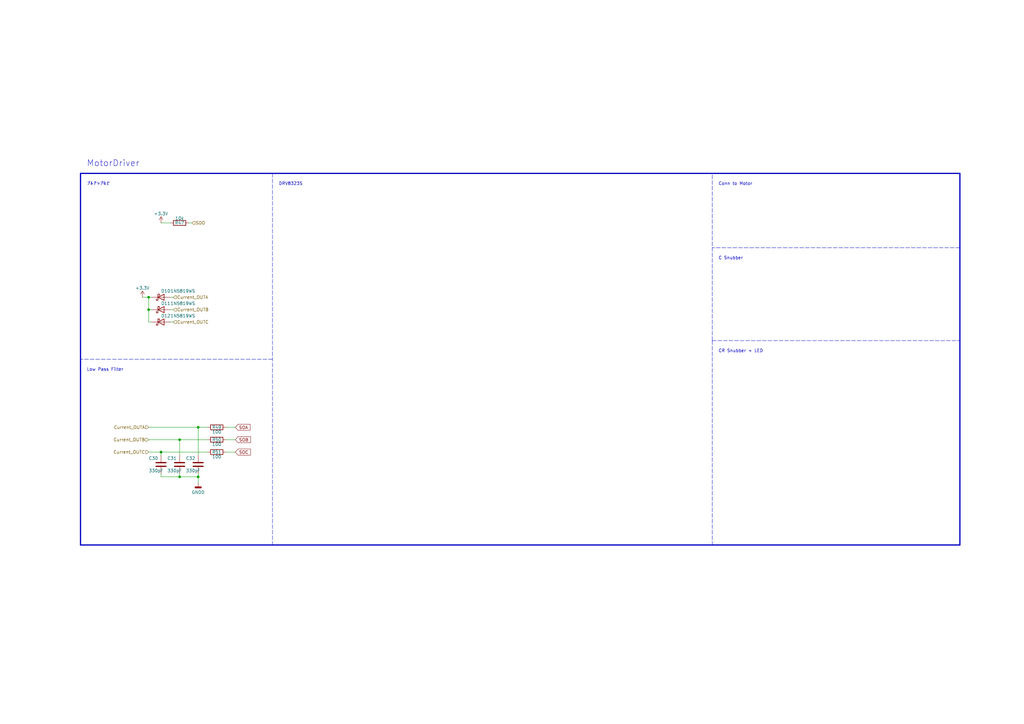
<source format=kicad_sch>
(kicad_sch (version 20230121) (generator eeschema)
  (paper "A3")
  (lib_symbols
    (symbol "D_Schottky_3" (pin_numbers hide) (pin_names (offset 1.016) hide)
      (property "Reference" "D" (at 0 2.54 0))
      (property "Value" "D_Schottky_3" (at 0 -2.54 0))
      (symbol "D_Schottky_3_0_1"
        (polyline (pts (xy 1.27 0) (xy -1.27 0)))
        (polyline (pts (xy 1.27 1.27) (xy 1.27 -1.27) (xy -1.27 0) (xy 1.27 1.27)) (stroke (width 0.254)))
        (polyline (pts (xy -1.905 0.635) (xy -1.905 1.27) (xy -1.27 1.27) (xy -1.27 -1.27) (xy -0.635 -1.27) (xy -0.635 -0.635)) (stroke (width 0.254)))
      )
      (symbol "D_Schottky_3_1_1"
        (pin passive line (at -3.81 0 0) (length 2.54) (name "K") (number "1"))
        (pin passive line (at 3.81 0 180) (length 2.54) (name "A") (number "2"))
      )
    )
    (symbol "Device:C" (pin_numbers hide) (pin_names (offset 0.254))
      (property "Reference" "C" (at 0.635 2.54 0))
      (property "Value" "C" (at 0.635 -2.54 0))
      (symbol "C_0_1"
        (polyline (pts (xy -2.032 -0.762) (xy 2.032 -0.762)) (stroke (width 0.508)))
        (polyline (pts (xy -2.032 0.762) (xy 2.032 0.762)) (stroke (width 0.508)))
      )
      (symbol "C_1_1"
        (pin passive line (at 0 3.81 270) (length 2.794) (name "~") (number "1"))
        (pin passive line (at 0 -3.81 90) (length 2.794) (name "~") (number "2"))
      )
    )
    (symbol "Device:R" (pin_numbers hide) (pin_names (offset 0))
      (property "Reference" "R" (at 2.032 0 90))
      (property "Value" "R" (at 0 0 90))
      (symbol "R_0_1"
        (rectangle (start -1.016 -2.54) (end 1.016 2.54) (stroke (width 0.254)))
      )
      (symbol "R_1_1"
        (pin passive line (at 0 3.81 270) (length 1.27) (name "~") (number "1"))
        (pin passive line (at 0 -3.81 90) (length 1.27) (name "~") (number "2"))
      )
    )
    (symbol "power:+3.3V" (power) (pin_names (offset 0))
      (property "Value" "+3.3V" (at 0 3.556 0))
      (symbol "+3.3V_0_1"
        (polyline (pts (xy -0.762 1.27) (xy 0 2.54)))
        (polyline (pts (xy 0 0) (xy 0 2.54)))
        (polyline (pts (xy 0 2.54) (xy 0.762 1.27)))
      )
      (symbol "+3.3V_1_1"
        (pin power_in line (at 0 0 90) (length 0) hide (name "+3.3V") (number "1"))
      )
    )
    (symbol "power:GNDD" (power) (pin_names (offset 0))
      (property "Value" "GNDD" (at 0 -3.175 0))
      (symbol "GNDD_0_1"
        (rectangle (start -1.27 -1.524) (end 1.27 -2.032) (stroke (width 0.254)) (fill (type outline)))
        (polyline (pts (xy 0 0) (xy 0 -1.524)))
      )
      (symbol "GNDD_1_1"
        (pin power_in line (at 0 0 270) (length 0) hide (name "GNDD") (number "1"))
      )
    )
  )
  (junction (at 66.04 185.42))
  (junction (at 81.28 175.26))
  (junction (at 73.66 195.58))
  (junction (at 60.96 127))
  (junction (at 60.96 121.92))
  (junction (at 81.28 195.58))
  (junction (at 73.66 180.34))
  (wire (pts (xy 66.04 185.42) (xy 85.09 185.42)))
  (wire (pts (xy 73.66 194.31) (xy 73.66 195.58)))
  (wire (pts (xy 60.96 121.92) (xy 62.23 121.92)))
  (polyline (pts (xy 292.1 139.7) (xy 292.1 223.52)) (stroke (width 0) (type dash)))
  (polyline (pts (xy 33.02 71.12) (xy 393.7 71.12)) (stroke (width 0.5) (type solid)))
  (wire (pts (xy 81.28 175.26) (xy 81.28 186.69)))
  (wire (pts (xy 69.85 132.08) (xy 71.12 132.08)))
  (wire (pts (xy 81.28 194.31) (xy 81.28 195.58)))
  (polyline (pts (xy 393.7 223.52) (xy 33.02 223.52)) (stroke (width 0.5) (type solid)))
  (wire (pts (xy 66.04 194.31) (xy 66.04 195.58)))
  (wire (pts (xy 60.96 180.34) (xy 73.66 180.34)))
  (wire (pts (xy 92.71 175.26) (xy 96.52 175.26)))
  (wire (pts (xy 81.28 175.26) (xy 85.09 175.26)))
  (polyline (pts (xy 393.7 101.6) (xy 292.1 101.6)) (stroke (width 0) (type dash)))
  (wire (pts (xy 73.66 180.34) (xy 85.09 180.34)))
  (polyline (pts (xy 292.1 139.7) (xy 292.1 71.12)) (stroke (width 0) (type dash)))
  (polyline (pts (xy 111.76 71.12) (xy 111.76 223.52)) (stroke (width 0) (type dash)))
  (polyline (pts (xy 111.76 147.32) (xy 33.02 147.32)) (stroke (width 0) (type dash)))
  (wire (pts (xy 60.96 127) (xy 62.23 127)))
  (wire (pts (xy 92.71 180.34) (xy 96.52 180.34)))
  (wire (pts (xy 60.96 121.92) (xy 60.96 127)))
  (wire (pts (xy 60.96 132.08) (xy 62.23 132.08)))
  (wire (pts (xy 60.96 127) (xy 60.96 132.08)))
  (polyline (pts (xy 292.1 139.7) (xy 393.7 139.7)) (stroke (width 0) (type dash)))
  (wire (pts (xy 73.66 180.34) (xy 73.66 186.69)))
  (wire (pts (xy 66.04 91.44) (xy 69.85 91.44)))
  (wire (pts (xy 81.28 198.12) (xy 81.28 195.58)))
  (wire (pts (xy 66.04 195.58) (xy 73.66 195.58)))
  (wire (pts (xy 58.42 121.92) (xy 60.96 121.92)))
  (polyline (pts (xy 33.02 223.52) (xy 33.02 71.12)) (stroke (width 0.5) (type solid)))
  (wire (pts (xy 77.47 91.44) (xy 78.74 91.44)))
  (wire (pts (xy 69.85 127) (xy 71.12 127)))
  (wire (pts (xy 60.96 185.42) (xy 66.04 185.42)))
  (wire (pts (xy 66.04 185.42) (xy 66.04 186.69)))
  (wire (pts (xy 92.71 185.42) (xy 96.52 185.42)))
  (wire (pts (xy 69.85 121.92) (xy 71.12 121.92)))
  (wire (pts (xy 60.96 175.26) (xy 81.28 175.26)))
  (polyline (pts (xy 393.7 71.12) (xy 393.7 223.52)) (stroke (width 0.5) (type solid)))
  (wire (pts (xy 81.28 195.58) (xy 73.66 195.58)))
  (text "CR Snubber + LED" (at 294.64 144.78 0) (effects (font (size 1.27 1.27)) (justify left bottom)))
  (text "プルアップなど" (at 35.56 76.2 0) (effects (font (size 1.27 1.27)) (justify left bottom)))
  (text "DRV8323S" (at 114.3 76.2 0) (effects (font (size 1.27 1.27)) (justify left bottom)))
  (text "MotorDriver" (at 35.56 68.58 0) (effects (font (size 2.54 2.54)) (justify left bottom)))
  (text "Conn to Motor" (at 294.64 76.2 0) (effects (font (size 1.27 1.27)) (justify left bottom)))
  (text "Low Pass Filter" (at 35.56 152.4 0) (effects (font (size 1.27 1.27)) (justify left bottom)))
  (text "C Snubber" (at 294.64 106.68 0) (effects (font (size 1.27 1.27)) (justify left bottom)))
  (global_label "SOA" (shape input) (at 96.52 175.26 0) (property "Intersheetrefs" "${INTERSHEET_REFS}" (effects hide)))
  (global_label "SOC" (shape input) (at 96.52 185.42 0) (property "Intersheetrefs" "${INTERSHEET_REFS}" (effects hide)))
  (global_label "SOB" (shape input) (at 96.52 180.34 0) (property "Intersheetrefs" "${INTERSHEET_REFS}" (effects hide)))
  (hierarchical_label "Current_OUTB" (shape input) (at 71.12 127 0))
  (hierarchical_label "Current_OUTC" (shape input) (at 60.96 185.42 180))
  (hierarchical_label "SDO" (shape input) (at 78.74 91.44 0))
  (hierarchical_label "Current_OUTC" (shape input) (at 71.12 132.08 0))
  (hierarchical_label "Current_OUTB" (shape input) (at 60.96 180.34 180))
  (hierarchical_label "Current_OUTA" (shape input) (at 71.12 121.92 0))
  (hierarchical_label "Current_OUTA" (shape input) (at 60.96 175.26 180))
  (symbol (lib_name "D_Schottky_3") (lib_id "Device:D_Schottky") (at 66.04 121.92 0) (mirror x) (unit 1)
    (property "Reference" "D10" (at 66.04 119.38 0) (effects (justify left)))
    (property "Value" "1N5819WS" (at 69.85 119.38 0) (effects (justify left)))
    (property "Footprint" "Diode_SMD:D_SOD-323_HandSoldering" (effects hide))
    (instances (project "BLDC_Ver1" (path "" (reference "D10") (unit 1))) (project "Control" (path "" (reference "D9") (unit 1))) (project "MD" (path "" (reference "D10") (unit 1))))
  )
  (symbol (lib_id "Device:C") (at 73.66 190.5 0) (unit 1)
    (property "Reference" "C31" (at 68.58 187.96 0) (effects (justify left)))
    (property "Value" "330pF" (at 68.58 193.04 0) (effects (justify left)))
    (property "Footprint" "Capacitor_SMD:C_0603_1608Metric" (effects hide))
    (instances (project "BLDC_Ver1" (path "" (reference "C31") (unit 1))) (project "Control" (path "" (reference "C22") (unit 1))) (project "MD" (path "" (reference "C31") (unit 1))))
  )
  (symbol (lib_id "Device:C") (at 66.04 190.5 0) (unit 1)
    (property "Reference" "C30" (at 60.96 187.96 0) (effects (justify left)))
    (property "Value" "330pF" (at 60.96 193.04 0) (effects (justify left)))
    (property "Footprint" "Capacitor_SMD:C_0603_1608Metric" (effects hide))
    (instances (project "BLDC_Ver1" (path "" (reference "C30") (unit 1))) (project "Control" (path "" (reference "C21") (unit 1))) (project "MD" (path "" (reference "C30") (unit 1))))
  )
  (symbol (lib_id "Device:C") (at 81.28 190.5 0) (unit 1)
    (property "Reference" "C32" (at 76.2 187.96 0) (effects (justify left)))
    (property "Value" "330pF" (at 76.2 193.04 0) (effects (justify left)))
    (property "Footprint" "Capacitor_SMD:C_0603_1608Metric" (effects hide))
    (instances (project "BLDC_Ver1" (path "" (reference "C32") (unit 1))) (project "Control" (path "" (reference "C23") (unit 1))) (project "MD" (path "" (reference "C32") (unit 1))))
  )
  (symbol (lib_id "power:+3.3V") (at 66.04 91.44 0) (unit 1)
    (property "Reference" "#PWR062" (effects hide))
    (property "Value" "+3.3V" (at 66.04 87.63 0))
    (instances (project "BLDC_Ver1" (path "" (reference "#PWR062") (unit 1))) (project "Control" (path "" (reference "#PWR058") (unit 1))) (project "MD" (path "" (reference "#PWR062") (unit 1))))
  )
  (symbol (lib_id "Device:R") (at 88.9 180.34 270) (unit 1)
    (property "Reference" "R50" (at 88.9 180.34 90))
    (property "Value" "100" (at 88.9 182.245 90))
    (property "Footprint" "Resistor_SMD:R_0603_1608Metric" (effects hide))
    (instances (project "BLDC_Ver1" (path "" (reference "R50") (unit 1))) (project "Control" (path "" (reference "R35") (unit 1))) (project "MD" (path "" (reference "R50") (unit 1))))
  )
  (symbol (lib_id "Device:R") (at 88.9 175.26 270) (unit 1)
    (property "Reference" "R49" (at 88.9 175.26 90))
    (property "Value" "100" (at 88.9 177.165 90))
    (property "Footprint" "Resistor_SMD:R_0603_1608Metric" (effects hide))
    (instances (project "BLDC_Ver1" (path "" (reference "R49") (unit 1))) (project "Control" (path "" (reference "R34") (unit 1))) (project "MD" (path "" (reference "R49") (unit 1))))
  )
  (symbol (lib_name "D_Schottky_3") (lib_id "Device:D_Schottky") (at 66.04 127 0) (mirror x) (unit 1)
    (property "Reference" "D11" (at 66.04 124.46 0) (effects (justify left)))
    (property "Value" "1N5819WS" (at 69.85 124.46 0) (effects (justify left)))
    (property "Footprint" "Diode_SMD:D_SOD-323_HandSoldering" (effects hide))
    (instances (project "BLDC_Ver1" (path "" (reference "D11") (unit 1))) (project "Control" (path "" (reference "D10") (unit 1))) (project "MD" (path "" (reference "D11") (unit 1))))
  )
  (symbol (lib_id "Device:R") (at 73.66 91.44 270) (mirror x) (unit 1)
    (property "Reference" "R47" (at 73.66 91.44 90))
    (property "Value" "10k" (at 73.66 89.535 90))
    (property "Footprint" "Resistor_SMD:R_0402_1005Metric" (effects hide))
    (instances (project "BLDC_Ver1" (path "" (reference "R47") (unit 1))) (project "Control" (path "" (reference "R32") (unit 1))) (project "MD" (path "" (reference "R47") (unit 1))))
  )
  (symbol (lib_name "D_Schottky_3") (lib_id "Device:D_Schottky") (at 66.04 132.08 0) (mirror x) (unit 1)
    (property "Reference" "D12" (at 66.04 129.54 0) (effects (justify left)))
    (property "Value" "1N5819WS" (at 69.85 129.54 0) (effects (justify left)))
    (property "Footprint" "Diode_SMD:D_SOD-323_HandSoldering" (effects hide))
    (instances (project "BLDC_Ver1" (path "" (reference "D12") (unit 1))) (project "Control" (path "" (reference "D11") (unit 1))) (project "MD" (path "" (reference "D12") (unit 1))))
  )
  (symbol (lib_id "Device:R") (at 88.9 185.42 270) (unit 1)
    (property "Reference" "R51" (at 88.9 185.42 90))
    (property "Value" "100" (at 88.9 187.325 90))
    (property "Footprint" "Resistor_SMD:R_0603_1608Metric" (effects hide))
    (instances (project "BLDC_Ver1" (path "" (reference "R51") (unit 1))) (project "Control" (path "" (reference "R36") (unit 1))) (project "MD" (path "" (reference "R51") (unit 1))))
  )
  (symbol (lib_id "power:+3.3V") (at 58.42 121.92 0) (unit 1)
    (property "Reference" "#PWR061" (effects hide))
    (property "Value" "+3.3V" (at 58.42 118.11 0))
    (instances (project "BLDC_Ver1" (path "" (reference "#PWR061") (unit 1))) (project "Control" (path "" (reference "#PWR057") (unit 1))) (project "MD" (path "" (reference "#PWR061") (unit 1))))
  )
  (symbol (lib_id "power:GNDD") (at 81.28 198.12 0) (unit 1)
    (property "Reference" "#PWR071" (effects hide))
    (property "Value" "GNDD" (at 81.28 201.93 0))
    (instances (project "BLDC_Ver1" (path "" (reference "#PWR071") (unit 1))) (project "Control" (path "" (reference "#PWR059") (unit 1))) (project "MD" (path "" (reference "#PWR071") (unit 1))))
  )
)
</source>
